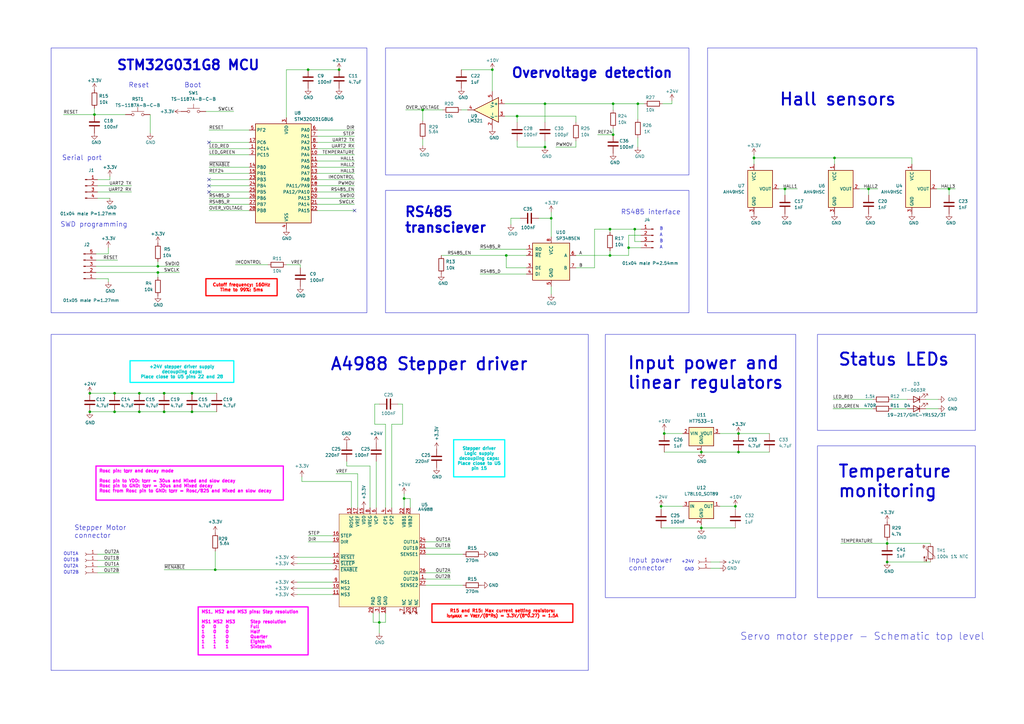
<source format=kicad_sch>
(kicad_sch (version 20230121) (generator eeschema)
  (paper "A3")
  (title_block (title "Servo motor stepper - Schematic top level") (date "2023-06-26") (rev "V2I1"))
  (junction (at 165.735 204.47))
  (junction (at 57.15 161.29))
  (junction (at 38.735 46.99))
  (junction (at 46.99 161.29))
  (junction (at 389.255 77.47))
  (junction (at 287.655 216.535))
  (junction (at 302.895 177.8))
  (junction (at 88.265 233.68))
  (junction (at 207.645 104.775))
  (junction (at 64.77 111.76))
  (junction (at 173.355 45.085))
  (junction (at 126.365 28.575))
  (junction (at 64.77 109.22))
  (junction (at 67.31 161.29))
  (junction (at 251.46 42.545))
  (junction (at 46.99 168.91))
  (junction (at 223.52 60.325))
  (junction (at 67.31 168.91))
  (junction (at 250.19 93.98))
  (junction (at 201.93 28.575))
  (junction (at 363.855 230.505))
  (junction (at 139.065 28.575))
  (junction (at 78.74 161.29))
  (junction (at 271.145 207.645))
  (junction (at 36.83 168.91))
  (junction (at 260.35 93.98))
  (junction (at 223.52 42.545))
  (junction (at 309.245 64.77))
  (junction (at 257.81 101.6))
  (junction (at 212.09 47.625))
  (junction (at 302.895 185.42))
  (junction (at 321.945 77.47))
  (junction (at 57.15 168.91))
  (junction (at 261.62 42.545))
  (junction (at 363.855 222.885))
  (junction (at 250.19 104.775))
  (junction (at 342.265 64.77))
  (junction (at 301.625 207.645))
  (junction (at 251.46 55.245))
  (junction (at 226.06 89.535))
  (junction (at 287.655 185.42))
  (junction (at 155.575 255.27))
  (junction (at 36.83 161.29))
  (junction (at 78.74 168.91))
  (junction (at 272.415 177.8))
  (junction (at 356.235 77.47))
  (no_connect (at 145.415 86.36))
  (no_connect (at 85.725 58.42))
  (no_connect (at 85.725 73.66))
  (no_connect (at 85.725 78.74))
  (no_connect (at 85.725 76.2))
  (wire (pts (xy 165.1 165.735) (xy 163.195 165.735)))
  (wire (pts (xy 250.19 102.87) (xy 250.19 104.775)))
  (wire (pts (xy 319.405 77.47) (xy 321.945 77.47)))
  (wire (pts (xy 275.59 42.545) (xy 271.78 42.545)))
  (wire (pts (xy 180.975 104.775) (xy 207.645 104.775)))
  (wire (pts (xy 212.09 47.625) (xy 236.22 47.625)))
  (wire (pts (xy 166.37 45.085) (xy 173.355 45.085)))
  (wire (pts (xy 379.73 163.83) (xy 384.81 163.83)))
  (wire (pts (xy 39.37 109.22) (xy 64.77 109.22)))
  (wire (pts (xy 227.965 60.325) (xy 236.22 60.325)))
  (wire (pts (xy 295.275 230.505) (xy 291.465 230.505)))
  (wire (pts (xy 145.415 71.12) (xy 130.175 71.12)))
  (wire (pts (xy 145.415 78.74) (xy 130.175 78.74)))
  (wire (pts (xy 356.235 77.47) (xy 360.045 77.47)))
  (wire (pts (xy 145.415 63.5) (xy 130.175 63.5)))
  (wire (pts (xy 85.725 81.28) (xy 102.235 81.28)))
  (wire (pts (xy 209.55 89.535) (xy 209.55 92.075)))
  (wire (pts (xy 165.735 204.47) (xy 165.735 208.28)))
  (wire (pts (xy 184.785 224.79) (xy 174.625 224.79)))
  (wire (pts (xy 57.15 161.29) (xy 67.31 161.29)))
  (wire (pts (xy 38.735 46.99) (xy 51.435 46.99)))
  (wire (pts (xy 137.795 194.31) (xy 146.685 194.31)))
  (wire (pts (xy 223.52 60.325) (xy 223.52 57.785)))
  (wire (pts (xy 145.415 53.34) (xy 130.175 53.34)))
  (wire (pts (xy 173.355 45.085) (xy 173.355 49.53)))
  (wire (pts (xy 144.145 197.485) (xy 123.825 197.485)))
  (wire (pts (xy 153.67 173.99) (xy 158.115 173.99)))
  (wire (pts (xy 145.415 76.2) (xy 130.175 76.2)))
  (wire (pts (xy 295.275 233.045) (xy 291.465 233.045)))
  (wire (pts (xy 236.22 104.775) (xy 250.19 104.775)))
  (wire (pts (xy 40.005 78.74) (xy 53.975 78.74)))
  (wire (pts (xy 78.74 168.91) (xy 88.9 168.91)))
  (wire (pts (xy 173.355 45.085) (xy 181.61 45.085)))
  (wire (pts (xy 144.145 208.28) (xy 144.145 197.485)))
  (wire (pts (xy 130.175 58.42) (xy 145.415 58.42)))
  (wire (pts (xy 39.37 104.14) (xy 44.45 104.14)))
  (wire (pts (xy 271.145 207.645) (xy 271.145 208.915)))
  (wire (pts (xy 130.175 60.96) (xy 145.415 60.96)))
  (wire (pts (xy 145.415 68.58) (xy 130.175 68.58)))
  (wire (pts (xy 85.725 76.2) (xy 102.235 76.2)))
  (wire (pts (xy 374.015 67.31) (xy 374.015 64.77)))
  (wire (pts (xy 174.625 240.03) (xy 189.865 240.03)))
  (wire (pts (xy 236.22 109.855) (xy 243.84 109.855)))
  (wire (pts (xy 389.255 77.47) (xy 389.255 80.01)))
  (wire (pts (xy 145.415 55.88) (xy 130.175 55.88)))
  (wire (pts (xy 145.415 73.66) (xy 130.175 73.66)))
  (wire (pts (xy 352.425 77.47) (xy 356.235 77.47)))
  (wire (pts (xy 57.15 168.91) (xy 67.31 168.91)))
  (wire (pts (xy 212.09 47.625) (xy 212.09 50.165)))
  (wire (pts (xy 85.725 58.42) (xy 102.235 58.42)))
  (wire (pts (xy 158.115 173.99) (xy 158.115 208.28)))
  (wire (pts (xy 184.785 237.49) (xy 174.625 237.49)))
  (wire (pts (xy 126.365 219.71) (xy 136.525 219.71)))
  (wire (pts (xy 261.62 56.515) (xy 261.62 60.325)))
  (wire (pts (xy 207.645 104.775) (xy 215.9 104.775)))
  (wire (pts (xy 365.76 163.83) (xy 372.11 163.83)))
  (wire (pts (xy 287.655 216.535) (xy 301.625 216.535)))
  (wire (pts (xy 363.855 222.885) (xy 381.635 222.885)))
  (wire (pts (xy 261.62 42.545) (xy 261.62 48.895)))
  (wire (pts (xy 379.73 167.64) (xy 384.81 167.64)))
  (wire (pts (xy 165.735 202.565) (xy 165.735 204.47)))
  (wire (pts (xy 155.575 165.735) (xy 153.67 165.735)))
  (wire (pts (xy 250.19 93.98) (xy 250.19 95.25)))
  (wire (pts (xy 196.85 102.235) (xy 215.9 102.235)))
  (wire (pts (xy 257.81 96.52) (xy 262.89 96.52)))
  (wire (pts (xy 121.92 241.3) (xy 136.525 241.3)))
  (wire (pts (xy 212.09 57.785) (xy 212.09 60.325)))
  (wire (pts (xy 123.19 108.585) (xy 123.19 109.855)))
  (wire (pts (xy 226.06 89.535) (xy 226.06 97.155)))
  (wire (pts (xy 121.92 243.84) (xy 136.525 243.84)))
  (wire (pts (xy 168.275 204.47) (xy 165.735 204.47)))
  (wire (pts (xy 126.365 222.25) (xy 136.525 222.25)))
  (wire (pts (xy 160.655 173.99) (xy 165.1 173.99)))
  (wire (pts (xy 302.895 185.42) (xy 315.595 185.42)))
  (wire (pts (xy 154.305 189.23) (xy 154.305 208.28)))
  (wire (pts (xy 48.895 229.87) (xy 40.005 229.87)))
  (wire (pts (xy 40.005 73.66) (xy 45.085 73.66)))
  (wire (pts (xy 184.785 222.25) (xy 174.625 222.25)))
  (wire (pts (xy 121.92 231.14) (xy 136.525 231.14)))
  (wire (pts (xy 117.475 108.585) (xy 123.19 108.585)))
  (wire (pts (xy 145.415 81.28) (xy 130.175 81.28)))
  (wire (pts (xy 363.855 230.505) (xy 381.635 230.505)))
  (wire (pts (xy 40.005 81.28) (xy 45.085 81.28)))
  (wire (pts (xy 36.83 161.29) (xy 46.99 161.29)))
  (wire (pts (xy 272.415 176.53) (xy 272.415 177.8)))
  (wire (pts (xy 207.645 109.855) (xy 215.9 109.855)))
  (wire (pts (xy 85.725 73.66) (xy 102.235 73.66)))
  (wire (pts (xy 226.06 86.995) (xy 226.06 89.535)))
  (wire (pts (xy 145.415 66.04) (xy 130.175 66.04)))
  (wire (pts (xy 64.77 107.315) (xy 64.77 109.22)))
  (wire (pts (xy 207.01 42.545) (xy 223.52 42.545)))
  (wire (pts (xy 38.735 44.45) (xy 38.735 46.99)))
  (wire (pts (xy 142.24 191.135) (xy 142.24 189.23)))
  (wire (pts (xy 280.035 207.645) (xy 271.145 207.645)))
  (wire (pts (xy 257.81 104.775) (xy 257.81 101.6)))
  (wire (pts (xy 389.255 77.47) (xy 391.795 77.47)))
  (wire (pts (xy 272.415 177.8) (xy 280.035 177.8)))
  (wire (pts (xy 363.855 221.615) (xy 363.855 222.885)))
  (wire (pts (xy 223.52 50.165) (xy 223.52 42.545)))
  (wire (pts (xy 173.355 57.15) (xy 173.355 59.69)))
  (wire (pts (xy 44.45 114.3) (xy 44.45 115.57)))
  (wire (pts (xy 64.77 111.76) (xy 73.66 111.76)))
  (wire (pts (xy 243.84 93.98) (xy 250.19 93.98)))
  (wire (pts (xy 85.725 78.74) (xy 102.235 78.74)))
  (wire (pts (xy 261.62 42.545) (xy 264.16 42.545)))
  (wire (pts (xy 220.98 89.535) (xy 226.06 89.535)))
  (wire (pts (xy 168.275 208.28) (xy 168.275 204.47)))
  (wire (pts (xy 158.115 251.46) (xy 158.115 255.27)))
  (wire (pts (xy 262.89 99.06) (xy 260.35 99.06)))
  (wire (pts (xy 39.37 106.68) (xy 48.26 106.68)))
  (wire (pts (xy 207.01 47.625) (xy 212.09 47.625)))
  (wire (pts (xy 257.81 104.775) (xy 250.19 104.775)))
  (wire (pts (xy 301.625 207.645) (xy 301.625 208.915)))
  (wire (pts (xy 226.06 120.65) (xy 226.06 117.475)))
  (wire (pts (xy 85.725 63.5) (xy 102.235 63.5)))
  (wire (pts (xy 302.895 177.8) (xy 315.595 177.8)))
  (wire (pts (xy 155.575 251.46) (xy 155.575 255.27)))
  (wire (pts (xy 321.945 77.47) (xy 321.945 80.01)))
  (wire (pts (xy 174.625 227.33) (xy 189.865 227.33)))
  (wire (pts (xy 121.92 228.6) (xy 136.525 228.6)))
  (wire (pts (xy 61.595 46.99) (xy 61.595 54.61)))
  (wire (pts (xy 85.725 68.58) (xy 102.235 68.58)))
  (wire (pts (xy 39.37 111.76) (xy 64.77 111.76)))
  (wire (pts (xy 153.035 255.27) (xy 155.575 255.27)))
  (wire (pts (xy 96.52 108.585) (xy 109.855 108.585)))
  (wire (pts (xy 85.725 86.36) (xy 102.235 86.36)))
  (wire (pts (xy 250.19 93.98) (xy 260.35 93.98)))
  (wire (pts (xy 287.655 185.42) (xy 302.895 185.42)))
  (wire (pts (xy 213.36 89.535) (xy 209.55 89.535)))
  (wire (pts (xy 26.035 46.99) (xy 38.735 46.99)))
  (wire (pts (xy 344.805 222.885) (xy 363.855 222.885)))
  (wire (pts (xy 155.575 255.27) (xy 155.575 259.715)))
  (wire (pts (xy 123.825 195.58) (xy 123.825 197.485)))
  (wire (pts (xy 236.22 47.625) (xy 236.22 50.165)))
  (wire (pts (xy 243.84 109.855) (xy 243.84 93.98)))
  (wire (pts (xy 88.265 233.68) (xy 88.265 226.06)))
  (wire (pts (xy 212.09 60.325) (xy 223.52 60.325)))
  (wire (pts (xy 78.74 161.29) (xy 88.9 161.29)))
  (wire (pts (xy 85.725 71.12) (xy 102.235 71.12)))
  (wire (pts (xy 64.77 113.665) (xy 64.77 111.76)))
  (wire (pts (xy 295.275 207.645) (xy 301.625 207.645)))
  (wire (pts (xy 48.895 234.95) (xy 40.005 234.95)))
  (wire (pts (xy 342.265 67.31) (xy 342.265 64.77)))
  (wire (pts (xy 374.015 64.77) (xy 342.265 64.77)))
  (wire (pts (xy 44.45 104.14) (xy 44.45 101.6)))
  (wire (pts (xy 117.475 48.26) (xy 117.475 28.575)))
  (wire (pts (xy 207.645 104.775) (xy 207.645 109.855)))
  (wire (pts (xy 321.945 77.47) (xy 327.025 77.47)))
  (wire (pts (xy 40.005 76.2) (xy 53.975 76.2)))
  (wire (pts (xy 165.1 173.99) (xy 165.1 165.735)))
  (wire (pts (xy 64.77 109.22) (xy 73.66 109.22)))
  (wire (pts (xy 151.765 191.135) (xy 151.765 208.28)))
  (wire (pts (xy 189.23 45.085) (xy 191.77 45.085)))
  (wire (pts (xy 189.23 28.575) (xy 201.93 28.575)))
  (wire (pts (xy 85.725 60.96) (xy 102.235 60.96)))
  (wire (pts (xy 158.115 255.27) (xy 155.575 255.27)))
  (wire (pts (xy 126.365 28.575) (xy 139.065 28.575)))
  (wire (pts (xy 67.31 168.91) (xy 78.74 168.91)))
  (wire (pts (xy 84.455 45.72) (xy 95.885 45.72)))
  (wire (pts (xy 223.52 42.545) (xy 251.46 42.545)))
  (wire (pts (xy 160.655 208.28) (xy 160.655 173.99)))
  (wire (pts (xy 153.67 165.735) (xy 153.67 173.99)))
  (wire (pts (xy 136.525 233.68) (xy 88.265 233.68)))
  (wire (pts (xy 46.99 168.91) (xy 57.15 168.91)))
  (wire (pts (xy 309.245 63.5) (xy 309.245 64.77)))
  (wire (pts (xy 236.22 57.785) (xy 236.22 60.325)))
  (wire (pts (xy 275.59 41.275) (xy 275.59 42.545)))
  (wire (pts (xy 260.35 99.06) (xy 260.35 93.98)))
  (wire (pts (xy 36.83 168.91) (xy 46.99 168.91)))
  (wire (pts (xy 39.37 114.3) (xy 44.45 114.3)))
  (wire (pts (xy 287.655 215.265) (xy 287.655 216.535)))
  (wire (pts (xy 341.63 167.64) (xy 358.14 167.64)))
  (wire (pts (xy 45.085 73.66) (xy 45.085 72.39)))
  (wire (pts (xy 251.46 42.545) (xy 261.62 42.545)))
  (wire (pts (xy 262.89 101.6) (xy 257.81 101.6)))
  (wire (pts (xy 295.275 177.8) (xy 302.895 177.8)))
  (wire (pts (xy 48.895 232.41) (xy 40.005 232.41)))
  (wire (pts (xy 146.685 208.28) (xy 146.685 194.31)))
  (wire (pts (xy 260.35 93.98) (xy 262.89 93.98)))
  (wire (pts (xy 251.46 42.545) (xy 251.46 45.085)))
  (wire (pts (xy 48.895 227.33) (xy 40.005 227.33)))
  (wire (pts (xy 201.93 28.575) (xy 201.93 37.465)))
  (wire (pts (xy 271.145 216.535) (xy 287.655 216.535)))
  (wire (pts (xy 184.785 234.95) (xy 174.625 234.95)))
  (wire (pts (xy 365.76 167.64) (xy 372.11 167.64)))
  (wire (pts (xy 251.46 52.705) (xy 251.46 55.245)))
  (wire (pts (xy 342.265 64.77) (xy 309.245 64.77)))
  (wire (pts (xy 257.81 101.6) (xy 257.81 96.52)))
  (wire (pts (xy 309.245 64.77) (xy 309.245 67.31)))
  (wire (pts (xy 384.175 77.47) (xy 389.255 77.47)))
  (wire (pts (xy 145.415 86.36) (xy 130.175 86.36)))
  (wire (pts (xy 85.725 83.82) (xy 102.235 83.82)))
  (wire (pts (xy 356.235 77.47) (xy 356.235 80.01)))
  (wire (pts (xy 272.415 185.42) (xy 287.655 185.42)))
  (wire (pts (xy 245.11 55.245) (xy 251.46 55.245)))
  (wire (pts (xy 67.31 233.68) (xy 88.265 233.68)))
  (wire (pts (xy 142.24 191.135) (xy 151.765 191.135)))
  (wire (pts (xy 85.725 53.34) (xy 102.235 53.34)))
  (wire (pts (xy 117.475 28.575) (xy 126.365 28.575)))
  (wire (pts (xy 136.525 238.76) (xy 121.92 238.76)))
  (wire (pts (xy 46.99 161.29) (xy 57.15 161.29)))
  (wire (pts (xy 153.035 251.46) (xy 153.035 255.27)))
  (wire (pts (xy 341.63 163.83) (xy 358.14 163.83)))
  (wire (pts (xy 196.85 112.395) (xy 215.9 112.395)))
  (wire (pts (xy 67.31 161.29) (xy 78.74 161.29)))
  (wire (pts (xy 145.415 83.82) (xy 130.175 83.82)))
  (rectangle (start 248.285 137.16) (end 326.39 245.11))
  (rectangle (start 335.28 137.16) (end 400.05 176.53))
  (rectangle (start 20.955 137.16) (end 241.3 274.955))
  (rectangle (start 158.115 19.685) (end 282.575 71.755))
  (rectangle (start 290.195 19.685) (end 400.685 128.27))
  (rectangle (start 20.955 19.685) (end 150.495 128.27))
  (rectangle (start 158.115 78.105) (end 282.575 128.27))
  (rectangle (start 335.28 182.88) (end 400.05 245.11))
  (text_box "Cutoff frequency: 160Hz\nTime to 99%: 5ms \n" (at 84.455 114.3 0) (size 29.21 6.985) (stroke (width 0.5) (color 255 0 0 1)) (effects (font (size 1.27 1.27) (thickness 0.4) bold)))
  (text_box "Stepper driver Logic supply \ndecoupling caps:\nPlace close to ${5a98f4ac-079c-4c0e-8aed-795619cc42de:REFERENCE} pin 15" (at 186.055 180.34 0) (size 20.955 15.24) (stroke (width 0.5) (color 0 255 255 1)) (effects (font (size 1.27 1.27) (thickness 0.4) bold)))
  (text_box "+24V stepper driver supply \ndecoupling caps:\nPlace close to ${5a98f4ac-079c-4c0e-8aed-795619cc42de:REFERENCE} pins 22 and 28" (at 53.34 147.955 0) (size 42.545 8.89) (stroke (width 0.5) (color 0 255 255 1)) (effects (font (size 1.27 1.27) (thickness 0.4) bold)))
  (text_box "MS1, MS2 and MS3 pins: Step resolution\n\nMS1	MS2	MS3		Step resolution\n0	0	0		Full\n1	0	0		Half\n0	1	0		Quarter\n1	1	0		Eighth\n1	1	1		Sixteenth\n" (at 81.28 248.92 0) (size 45.085 19.685) (stroke (width 0.5) (color 255 0 255 1)) (effects (font (size 1.27 1.27) (thickness 0.4) bold) (justify left top)))
  (text_box "${94df9340-9001-4abf-849e-0a57a0ae12d6:REFERENCE} and ${c2765680-53cb-47ff-a513-50fbdfe64cd0:REFERENCE}: Max current setting resistors:\nI_{tripMAX} = V_{REF}/(8*R_{S}) = 3.3V/(8*0.27) = 1.5A \n" (at 177.165 247.65 0) (size 57.785 7.62) (stroke (width 0.5) (color 255 0 0 1)) (effects (font (size 1.27 1.27) (thickness 0.4) bold)))
  (text_box "Rosc pin: t_{OFF} and decay mode\n\nRosc pin to VDD: t_{OFF} = 30us and Mixed and slow decay\nRosc pin to GND: t_{OFF} = 30us and Mixed decay\nRosc from Rosc pin to GND: t_{OFF} = Rosc/825 and Mixed an slow decay\n" (at 39.37 191.135 0) (size 76.835 13.97) (stroke (width 0.5) (color 255 0 255 1)) (effects (font (size 1.27 1.27) (thickness 0.4) bold) (justify left top)))
  (text "Reset" (at 52.705 36.195 0) (effects (font (size 2 2)) (justify left bottom)))
  (text "Boot" (at 75.565 36.195 0) (effects (font (size 2 2)) (justify left bottom)))
  (text "B" (at 270.51 94.615 0) (effects (font (size 1.27 1.27)) (justify left bottom)))
  (text "+24V" (at 279.4 231.14 0) (effects (font (size 1.27 1.27)) (justify left bottom)))
  (text "SWD programming" (at 24.765 93.345 0) (effects (font (size 2 2)) (justify left bottom)))
  (text "Serial port" (at 25.4 66.04 0) (effects (font (size 2 2)) (justify left bottom)))
  (text "GND" (at 280.67 234.315 0) (effects (font (size 1.27 1.27)) (justify left bottom)))
  (text "RS485\ntransciever" (at 165.735 95.885 0) (effects (font (size 4 4) (thickness 0.8) bold) (justify left bottom)))
  (text "Input power\nconnector" (at 257.81 234.315 0) (effects (font (size 2 2)) (justify left bottom)))
  (text "B" (at 270.51 99.695 0) (effects (font (size 1.27 1.27)) (justify left bottom)))
  (text "OUT2B" (at 26.035 235.585 0) (effects (font (size 1.27 1.27)) (justify left bottom)))
  (text "Status LEDs" (at 343.535 150.495 0) (effects (font (size 5 5) (thickness 0.8) bold) (justify left bottom)))
  (text "Overvoltage detection" (at 209.55 32.385 0) (effects (font (size 4 4) (thickness 0.8) bold) (justify left bottom)))
  (text "Input power and\nlinear regulators" (at 257.175 160.02 0) (effects (font (size 5 5) (thickness 0.8) bold) (justify left bottom)))
  (text "A" (at 270.51 102.235 0) (effects (font (size 1.27 1.27)) (justify left bottom)))
  (text "A" (at 270.51 97.155 0) (effects (font (size 1.27 1.27)) (justify left bottom)))
  (text "RS485 interface" (at 254.635 88.265 0) (effects (font (size 2 2)) (justify left bottom)))
  (text "Temperature\nmonitoring" (at 343.535 204.47 0) (effects (font (size 5 5) (thickness 0.8) bold) (justify left bottom)))
  (text "OUT1A" (at 26.035 227.965 0) (effects (font (size 1.27 1.27)) (justify left bottom)))
  (text "Servo motor stepper - Schematic top level" (at 303.53 262.89 0) (effects (font (size 3 3)) (justify left bottom)))
  (text "STM32G031G8 MCU" (at 47.625 29.21 0) (effects (font (size 4 4) (thickness 0.8) bold) (justify left bottom)))
  (text "OUT2A" (at 26.035 233.045 0) (effects (font (size 1.27 1.27)) (justify left bottom)))
  (text "OUT1B" (at 26.035 230.505 0) (effects (font (size 1.27 1.27)) (justify left bottom)))
  (text "A4988 Stepper driver" (at 135.255 152.4 0) (effects (font (size 5 5) (thickness 0.8) bold) (justify left bottom)))
  (text "Hall sensors" (at 319.405 43.815 0) (effects (font (size 5 5) (thickness 0.8) bold) (justify left bottom)))
  (text "Stepper Motor\nconnector" (at 30.48 220.98 0) (effects (font (size 2 2)) (justify left bottom)))
  (label "DIR" (at 126.365 222.25 0))
  (label "RESET" (at 48.26 106.68 180))
  (label "OUT1A" (at 184.785 222.25 180))
  (label "RS485_EN" (at 145.415 78.74 180))
  (label "~{MENABLE}" (at 85.725 68.58 0))
  (label "SWCLK" (at 73.66 111.76 180))
  (label "OVER_VOLTAGE" (at 85.725 86.36 0))
  (label "HALL2" (at 360.045 77.47 180))
  (label "OUT2A" (at 184.785 234.95 180))
  (label "REF24" (at 245.11 55.245 0))
  (label "RS485_R" (at 196.85 102.235 0))
  (label "RS485_EN" (at 183.515 104.775 0))
  (label "DIR" (at 145.415 53.34 180))
  (label "OUT2B" (at 184.785 237.49 180))
  (label "OUT2B" (at 48.895 234.95 180))
  (label "LED_GREEN" (at 85.725 63.5 0))
  (label "~{MENABLE}" (at 67.31 233.68 0))
  (label "SWCLK" (at 145.415 83.82 180))
  (label "STEP" (at 126.365 219.71 0))
  (label "OUT1A" (at 48.895 232.41 180))
  (label "PWMOV" (at 227.965 60.325 0))
  (label "UART2 RX" (at 53.975 78.74 180))
  (label "OUT1B" (at 48.895 229.87 180))
  (label "B" (at 237.49 109.855 0))
  (label "RESET" (at 26.035 46.99 0))
  (label "PWMOV" (at 145.415 76.2 180))
  (label "HALL2" (at 145.415 68.58 180))
  (label "LED_RED" (at 85.725 60.96 0))
  (label "RESET" (at 85.725 53.34 0))
  (label "OVER_VOLTAGE" (at 166.37 45.085 0))
  (label "VREF" (at 119.38 108.585 0))
  (label "RS485_D" (at 196.85 112.395 0))
  (label "HALL3" (at 145.415 71.12 180))
  (label "LED_RED" (at 341.63 163.83 0))
  (label "LED_GREEN" (at 341.63 167.64 0))
  (label "SWCLK" (at 95.885 45.72 180))
  (label "REF24" (at 85.725 71.12 0))
  (label "IMCONTROL" (at 145.415 73.66 180))
  (label "RS485_R" (at 85.725 83.82 0))
  (label "UART2 TX" (at 145.415 58.42 180))
  (label "SWDIO" (at 73.66 109.22 180))
  (label "UART2 TX" (at 53.975 76.2 180))
  (label "HALL1" (at 145.415 66.04 180))
  (label "TEMPERATURE" (at 344.805 222.885 0))
  (label "VREF" (at 137.795 194.31 0))
  (label "A" (at 237.49 104.775 0))
  (label "HALL3" (at 391.795 77.47 180))
  (label "UART2 RX" (at 145.415 60.96 180))
  (label "TEMPERATURE" (at 145.415 63.5 180))
  (label "OUT2A" (at 48.895 227.33 180))
  (label "IMCONTROL" (at 96.52 108.585 0))
  (label "SWDIO" (at 145.415 81.28 180))
  (label "HALL1" (at 327.025 77.47 180))
  (label "STEP" (at 145.415 55.88 180))
  (label "OUT1B" (at 184.785 224.79 180))
  (label "RS485_D" (at 85.725 81.28 0))
  (symbol (lib_id "Switch:SW_Push") (at 79.375 45.72 0) (unit 1)
    (property "Reference" "SW1" (at 79.375 38.1 0))
    (property "Value" "TS-1187A-B-C-B" (at 79.375 40.64 0))
    (property "Footprint" "servo_motor:TS-1187A-B-C-B" (effects hide))
    (property "LCSC" "C692460" (effects hide))
  )
  (symbol (lib_id "Connector:Conn_01x04_Pin") (at 267.97 96.52 0) (mirror y) (unit 1) (in_bom no)
    (property "Reference" "J4" (at 265.43 90.17 0))
    (property "Value" "01x04 male P=2.54mm" (at 266.7 107.95 0))
    (property "Footprint" "Connector_PinHeader_2.54mm:PinHeader_1x04_P2.54mm_Vertical" (effects hide))
  )
  (symbol (lib_id "power:GND") (at 363.855 230.505 0) (unit 1)
    (property "Reference" "#PWR071" (effects hide))
    (property "Value" "GND" (at 362.585 234.315 0) (effects (justify left)))
  )
  (symbol (lib_id "power:+3.3V") (at 309.245 63.5 0) (unit 1)
    (property "Reference" "#PWR028" (effects hide))
    (property "Value" "+3.3V" (at 309.245 59.69 0))
  )
  (symbol (lib_id "power:+3.3V") (at 226.06 86.995 0) (unit 1)
    (property "Reference" "#PWR033" (effects hide))
    (property "Value" "+3.3V" (at 226.06 83.185 0))
  )
  (symbol (lib_id "power:GND") (at 356.235 87.63 0) (unit 1)
    (property "Reference" "#PWR0105" (effects hide))
    (property "Value" "GND" (at 354.965 91.44 0) (effects (justify left)))
  )
  (symbol (lib_id "Device:C") (at 38.735 50.8 0) (unit 1)
    (property "Reference" "C18" (at 42.545 49.5299 0) (effects (justify left)))
    (property "Value" "100nF" (at 42.545 52.0699 0) (effects (justify left)))
    (property "Footprint" "Capacitor_SMD:C_0603_1608Metric" (effects hide))
    (property "LCSC" "C376851" (effects hide))
  )
  (symbol (lib_id "power:+3.3V") (at 139.065 28.575 0) (unit 1)
    (property "Reference" "#PWR025" (effects hide))
    (property "Value" "+3.3V" (at 139.065 24.765 0))
  )
  (symbol (lib_id "power:+3.3V") (at 302.895 177.8 0) (unit 1)
    (property "Reference" "#PWR060" (effects hide))
    (property "Value" "+3.3V" (at 302.895 173.99 0))
  )
  (symbol (lib_id "Sensor_Magnetic:A1101ELHL") (at 311.785 77.47 0) (unit 1)
    (property "Reference" "U7" (at 305.435 76.1999 0) (effects (justify right)))
    (property "Value" "AH49HSC" (at 305.435 78.7399 0) (effects (justify right)))
    (property "Footprint" "Package_TO_SOT_SMD:SOT-23" (effects hide))
    (property "Sim.Enable" "0" (effects hide))
    (property "LCSC" "C510723" (effects hide))
  )
  (symbol (lib_id "power:GND") (at 321.945 87.63 0) (unit 1)
    (property "Reference" "#PWR0110" (effects hide))
    (property "Value" "GND" (at 320.675 91.44 0) (effects (justify left)))
  )
  (symbol (lib_id "power:GND") (at 309.245 87.63 0) (unit 1)
    (property "Reference" "#PWR0108" (effects hide))
    (property "Value" "GND" (at 307.975 91.44 0) (effects (justify left)))
  )
  (symbol (lib_id "power:GND") (at 384.81 163.83 90) (unit 1)
    (property "Reference" "#PWR030" (effects hide))
    (property "Value" "GND" (at 388.62 163.8299 90) (effects (justify right)))
  )
  (symbol (lib_id "Device:R") (at 113.665 108.585 90) (unit 1)
    (property "Reference" "R11" (at 113.665 106.045 90))
    (property "Value" "10k" (at 113.665 111.125 90))
    (property "Footprint" "Resistor_SMD:R_0402_1005Metric" (effects hide))
    (property "LCSC" "C326912" (effects hide))
  )
  (symbol (lib_id "Sensor_Magnetic:A1101ELHL") (at 376.555 77.47 0) (unit 1)
    (property "Reference" "U4" (at 370.205 76.1999 0) (effects (justify right)))
    (property "Value" "AH49HSC" (at 370.205 78.7399 0) (effects (justify right)))
    (property "Footprint" "Package_TO_SOT_SMD:SOT-23" (effects hide))
    (property "Sim.Enable" "0" (effects hide))
    (property "LCSC" "C510723" (effects hide))
  )
  (symbol (lib_id "power:GND") (at 123.19 117.475 0) (unit 1)
    (property "Reference" "#PWR026" (effects hide))
    (property "Value" "GND" (at 121.285 121.285 0) (effects (justify left)))
  )
  (symbol (lib_id "power:+3.3V") (at 38.735 36.83 0) (unit 1)
    (property "Reference" "#PWR035" (effects hide))
    (property "Value" "+3.3V" (at 38.735 33.02 0))
  )
  (symbol (lib_id "power:GND") (at 287.655 216.535 0) (unit 1)
    (property "Reference" "#PWR055" (effects hide))
    (property "Value" "GND" (at 285.75 220.345 0) (effects (justify left)))
  )
  (symbol (lib_id "power:GND") (at 64.77 121.285 0) (unit 1)
    (property "Reference" "#PWR09" (effects hide))
    (property "Value" "GND" (at 62.865 125.095 0) (effects (justify left)))
  )
  (symbol (lib_id "power:GND") (at 223.52 60.325 0) (unit 1)
    (property "Reference" "#PWR058" (effects hide))
    (property "Value" "GND" (at 222.25 64.135 0) (effects (justify left)))
  )
  (symbol (lib_id "power:+3.3V") (at 149.225 208.28 0) (unit 1)
    (property "Reference" "#PWR033" (effects hide))
    (property "Value" "+3.3V" (at 149.225 201.93 90))
  )
  (symbol (lib_id "power:+3.3V") (at 121.92 241.3 90) (unit 1)
    (property "Reference" "#PWR033" (effects hide))
    (property "Value" "+3.3V" (at 115.57 241.3 90))
  )
  (symbol (lib_id "power:GND") (at 189.23 36.195 0) (unit 1)
    (property "Reference" "#PWR044" (effects hide))
    (property "Value" "GND" (at 187.96 40.005 0) (effects (justify left)))
  )
  (symbol (lib_id "power:+24V") (at 271.145 207.645 0) (unit 1)
    (property "Reference" "#PWR047" (effects hide))
    (property "Value" "+24V" (at 271.145 203.835 0))
  )
  (symbol (lib_name "L78L10_SOT89_1") (lib_id "Regulator_Linear:L78L10_SOT89") (at 287.655 207.645 0) (unit 1)
    (property "Reference" "U12" (at 287.655 200.025 0))
    (property "Value" "L78L10_SOT89" (at 287.655 202.565 0))
    (property "Footprint" "Package_TO_SOT_SMD:SOT-89-3" (effects hide))
    (property "Datasheet" "http://www.st.com/content/ccc/resource/technical/document/datasheet/15/55/e5/aa/23/5b/43/fd/CD00000446.pdf/files/CD00000446.pdf/jcr:content/translations/en.CD00000446.pdf" (effects hide))
    (property "LCSC" "C122848" (effects hide))
    (property "Sim.Enable" "0" (effects hide))
  )
  (symbol (lib_id "Device:LED") (at 375.92 167.64 180) (unit 1)
    (property "Reference" "D4" (at 372.11 166.37 0))
    (property "Value" "19-217/GHC-YR1S2/3T" (at 375.92 170.18 0))
    (property "Footprint" "LED_SMD:LED_0603_1608Metric" (effects hide))
    (property "Sim.Enable" "0" (effects hide))
    (property "LCSC" "C72043" (effects hide))
  )
  (symbol (lib_id "power:GND") (at 44.45 115.57 0) (unit 1)
    (property "Reference" "#PWR05" (effects hide))
    (property "Value" "GND" (at 43.18 119.38 0) (effects (justify left)))
  )
  (symbol (lib_id "Device:C") (at 189.23 32.385 0) (unit 1)
    (property "Reference" "C22" (at 193.04 31.1149 0) (effects (justify left)))
    (property "Value" "1uF" (at 193.04 33.6549 0) (effects (justify left)))
    (property "Footprint" "Capacitor_SMD:C_0603_1608Metric" (effects hide))
    (property "LCSC" "C363560" (effects hide))
  )
  (symbol (lib_id "power:GND") (at 173.355 59.69 0) (unit 1)
    (property "Reference" "#PWR051" (effects hide))
    (property "Value" "GND" (at 172.085 63.5 0) (effects (justify left)))
  )
  (symbol (lib_id "power:GND") (at 117.475 93.98 0) (unit 1)
    (property "Reference" "#PWR026" (effects hide))
    (property "Value" "GND" (at 115.57 97.79 0) (effects (justify left)))
  )
  (symbol (lib_id "Device:R") (at 173.355 53.34 180) (unit 1)
    (property "Reference" "R29" (at 177.8 52.07 0))
    (property "Value" "5.6k" (at 177.8 53.975 0))
    (property "Footprint" "Resistor_SMD:R_0402_1005Metric" (effects hide))
    (property "LCSC" "C137856" (effects hide))
  )
  (symbol (lib_id "power:GND") (at 139.065 36.195 0) (unit 1)
    (property "Reference" "#PWR026" (effects hide))
    (property "Value" "GND" (at 137.16 40.005 0) (effects (justify left)))
  )
  (symbol (lib_id "Connector:Conn_01x01_Socket") (at 286.385 230.505 180) (unit 1) (in_bom no)
    (property "Reference" "J9" (effects hide))
    (property "Value" "Conn_01x01_Socket" (effects hide))
    (property "Footprint" "servo_motor:Pad_hole_3mm_TopOnly" (effects hide))
  )
  (symbol (lib_id "servo_motor:A4988") (at 155.575 231.14 0) (unit 1)
    (property "Reference" "U5" (at 172.72 207.01 0) (effects (justify left)))
    (property "Value" "A4988" (at 171.45 208.915 0) (effects (justify left)))
    (property "Footprint" "servo_motor:QFN-28-1EP_5x5mm_P0.5mm_EP3.75x3.75mm_ThermalVias_0.3mm" (effects hide))
    (property "Sim.Enable" "0" (effects hide))
    (property "LCSC" "C38437" (effects hide))
  )
  (symbol (lib_id "Regulator_Linear:HT75xx-1-SOT89") (at 287.655 180.34 0) (unit 1)
    (property "Reference" "U11" (at 287.655 170.18 0))
    (property "Value" "HT7533-1" (at 287.655 172.72 0))
    (property "Footprint" "Package_TO_SOT_SMD:SOT-89-3" (effects hide))
    (property "Sim.Enable" "0" (effects hide))
    (property "LCSC" "C14289" (effects hide))
  )
  (symbol (lib_id "power:+3.3V") (at 121.92 238.76 90) (unit 1)
    (property "Reference" "#PWR033" (effects hide))
    (property "Value" "+3.3V" (at 115.57 238.76 90))
  )
  (symbol (lib_id "Device:C") (at 315.595 181.61 0) (unit 1)
    (property "Reference" "C33" (at 319.405 180.3399 0) (effects (justify left)))
    (property "Value" "4.7uF" (at 319.405 182.8799 0) (effects (justify left)))
    (property "Footprint" "Capacitor_SMD:C_0805_2012Metric" (effects hide))
    (property "LCSC" "C710985" (effects hide))
  )
  (symbol (lib_id "Device:R") (at 361.95 167.64 90) (unit 1)
    (property "Reference" "R11" (at 367.03 166.37 90))
    (property "Value" "470R" (at 356.87 166.37 90))
    (property "Footprint" "Resistor_SMD:R_0402_1005Metric" (effects hide))
    (property "LCSC" "C163829" (effects hide))
  )
  (symbol (lib_id "power:GND") (at 38.735 54.61 0) (unit 1)
    (property "Reference" "#PWR036" (effects hide))
    (property "Value" "GND" (at 37.465 58.42 0) (effects (justify left)))
  )
  (symbol (lib_id "Device:C") (at 179.07 187.96 0) (unit 1)
    (property "Reference" "C25" (at 172.72 186.69 0) (effects (justify left)))
    (property "Value" "220nF" (at 170.18 189.23 0) (effects (justify left)))
    (property "Footprint" "Capacitor_SMD:C_0603_1608Metric" (effects hide))
    (property "LCSC" "C161186" (effects hide))
  )
  (symbol (lib_id "power:GND") (at 61.595 54.61 0) (unit 1)
    (property "Reference" "#PWR039" (effects hide))
    (property "Value" "GND" (at 59.69 58.42 0) (effects (justify left)))
  )
  (symbol (lib_id "power:GND") (at 197.485 240.03 90) (unit 1)
    (property "Reference" "#PWR055" (effects hide))
    (property "Value" "GND" (at 204.47 240.03 90) (effects (justify left)))
  )
  (symbol (lib_id "power:GND") (at 126.365 36.195 0) (unit 1)
    (property "Reference" "#PWR026" (effects hide))
    (property "Value" "GND" (at 124.46 40.005 0) (effects (justify left)))
  )
  (symbol (lib_id "Connector:Conn_01x01_Socket") (at 34.925 234.95 180) (unit 1) (in_bom no)
    (property "Reference" "J8" (effects hide))
    (property "Value" "Conn_01x01_Socket" (effects hide))
    (property "Footprint" "servo_motor:Pad_3mm_TopOnly" (effects hide))
  )
  (symbol (lib_id "Device:C") (at 36.83 165.1 0) (unit 1)
    (property "Reference" "C12" (at 39.37 163.83 0) (effects (justify left)))
    (property "Value" "4.7uF" (at 39.37 166.37 0) (effects (justify left)))
    (property "Footprint" "Capacitor_SMD:C_0805_2012Metric" (effects hide))
    (property "LCSC" "C710985" (effects hide))
  )
  (symbol (lib_id "Device:C") (at 154.305 185.42 0) (unit 1)
    (property "Reference" "C25" (at 147.955 184.15 0) (effects (justify left)))
    (property "Value" "100nF" (at 145.415 186.69 0) (effects (justify left)))
    (property "Footprint" "Capacitor_SMD:C_0603_1608Metric" (effects hide))
    (property "LCSC" "C376851" (effects hide))
  )
  (symbol (lib_id "power:GND") (at 36.83 168.91 0) (unit 1)
    (property "Reference" "#PWR032" (effects hide))
    (property "Value" "GND" (at 34.925 173.355 0) (effects (justify left)))
  )
  (symbol (lib_id "Device:C") (at 251.46 59.055 0) (unit 1)
    (property "Reference" "C36" (at 254 57.785 0) (effects (justify left)))
    (property "Value" "100nF" (at 254 60.325 0) (effects (justify left)))
    (property "Footprint" "Capacitor_SMD:C_0603_1608Metric" (effects hide))
    (property "LCSC" "C376851" (effects hide))
  )
  (symbol (lib_id "Device:R") (at 88.265 222.25 180) (unit 1)
    (property "Reference" "R29" (at 91.44 220.98 0))
    (property "Value" "5.6k" (at 92.075 222.885 0))
    (property "Footprint" "Resistor_SMD:R_0402_1005Metric" (effects hide))
    (property "LCSC" "C137856" (effects hide))
  )
  (symbol (lib_id "power:GND") (at 142.24 181.61 180) (unit 1)
    (property "Reference" "#PWR055" (effects hide))
    (property "Value" "GND" (at 144.145 177.8 0) (effects (justify left)))
  )
  (symbol (lib_id "power:GND") (at 155.575 259.715 0) (unit 1)
    (property "Reference" "#PWR055" (effects hide))
    (property "Value" "GND" (at 153.67 263.525 0) (effects (justify left)))
  )
  (symbol (lib_id "Device:C") (at 217.17 89.535 90) (unit 1)
    (property "Reference" "C35" (at 218.44 85.725 90) (effects (justify left)))
    (property "Value" "100nF" (at 219.71 93.345 90) (effects (justify left)))
    (property "Footprint" "Capacitor_SMD:C_0603_1608Metric" (effects hide))
    (property "LCSC" "C376851" (effects hide))
  )
  (symbol (lib_id "power:+10V") (at 201.93 28.575 0) (unit 1)
    (property "Reference" "#PWR050" (effects hide))
    (property "Value" "+10V" (at 201.93 24.765 0))
  )
  (symbol (lib_id "power:GND") (at 389.255 87.63 0) (unit 1)
    (property "Reference" "#PWR0106" (effects hide))
    (property "Value" "GND" (at 387.985 91.44 0) (effects (justify left)))
  )
  (symbol (lib_id "Device:R") (at 361.95 163.83 90) (unit 1)
    (property "Reference" "R12" (at 367.03 162.56 90))
    (property "Value" "1.5k" (at 356.87 162.56 90))
    (property "Footprint" "Resistor_SMD:R_0402_1005Metric" (effects hide))
    (property "LCSC" "C144053" (effects hide))
  )
  (symbol (lib_id "Connector:Conn_01x04_Pin") (at 34.925 76.2 0) (unit 1) (in_bom no)
    (property "Reference" "J1" (at 37.465 69.85 0))
    (property "Value" "01x04 male P=1.27mm" (at 36.195 87.63 0))
    (property "Footprint" "Connector_PinHeader_1.27mm:PinHeader_1x04_P1.27mm_Vertical" (effects hide))
  )
  (symbol (lib_id "power:GND") (at 295.275 233.045 90) (unit 1)
    (property "Reference" "#PWR055" (effects hide))
    (property "Value" "GND" (at 302.26 233.045 90) (effects (justify left)))
  )
  (symbol (lib_id "Device:R") (at 267.97 42.545 270) (unit 1)
    (property "Reference" "R27" (at 266.7 40.005 90))
    (property "Value" "10k" (at 266.7 45.085 90))
    (property "Footprint" "Resistor_SMD:R_0402_1005Metric" (effects hide))
    (property "LCSC" "C326912" (effects hide))
  )
  (symbol (lib_id "power:+3.3V") (at 45.085 72.39 0) (unit 1)
    (property "Reference" "#PWR02" (effects hide))
    (property "Value" "+3.3V" (at 45.085 68.58 0))
  )
  (symbol (lib_id "power:+3.3V") (at 64.77 99.695 0) (unit 1)
    (property "Reference" "#PWR010" (effects hide))
    (property "Value" "+3.3V" (at 64.77 95.885 0))
  )
  (symbol (lib_id "power:+24V") (at 154.305 181.61 0) (unit 1)
    (property "Reference" "#PWR023" (effects hide))
    (property "Value" "+24V" (at 154.305 177.8 0))
  )
  (symbol (lib_id "Device:R") (at 64.77 117.475 180) (unit 1)
    (property "Reference" "R4" (at 60.96 116.205 0))
    (property "Value" "10k" (at 60.96 118.745 0))
    (property "Footprint" "Resistor_SMD:R_0402_1005Metric" (effects hide))
    (property "LCSC" "C326912" (effects hide))
  )
  (symbol (lib_id "Device:C") (at 302.895 181.61 0) (unit 1)
    (property "Reference" "C33" (at 306.705 180.3399 0) (effects (justify left)))
    (property "Value" "4.7uF" (at 306.705 182.8799 0) (effects (justify left)))
    (property "Footprint" "Capacitor_SMD:C_0805_2012Metric" (effects hide))
    (property "LCSC" "C710985" (effects hide))
  )
  (symbol (lib_id "Connector:Conn_01x01_Socket") (at 34.925 227.33 180) (unit 1) (in_bom no)
    (property "Reference" "J3" (effects hide))
    (property "Value" "Conn_01x01_Socket" (effects hide))
    (property "Footprint" "servo_motor:Pad_3mm_TopOnly" (effects hide))
  )
  (symbol (lib_id "power:GND") (at 384.81 167.64 90) (unit 1)
    (property "Reference" "#PWR031" (effects hide))
    (property "Value" "GND" (at 388.62 167.6399 90) (effects (justify right)))
  )
  (symbol (lib_id "Interface_UART:SP3485EN") (at 226.06 107.315 0) (unit 1)
    (property "Reference" "U10" (at 228.0159 95.25 0) (effects (justify left)))
    (property "Value" "SP3485EN" (at 228.0159 97.79 0) (effects (justify left)))
    (property "Footprint" "Package_SO:SOIC-8_3.9x4.9mm_P1.27mm" (effects hide))
    (property "Datasheet" "http://www.icbase.com/pdf/SPX/SPX00480106.pdf" (effects hide))
    (property "LCSC" "C8963" (effects hide))
  )
  (symbol (lib_id "Device:R") (at 185.42 45.085 270) (unit 1)
    (property "Reference" "R20" (at 184.15 42.545 90))
    (property "Value" "10k" (at 184.15 47.625 90))
    (property "Footprint" "Resistor_SMD:R_0402_1005Metric" (effects hide))
    (property "LCSC" "C326912" (effects hide))
  )
  (symbol (lib_id "power:+3.3V") (at 123.825 195.58 0) (unit 1)
    (property "Reference" "#PWR033" (effects hide))
    (property "Value" "+3.3V" (at 123.825 191.135 0))
  )
  (symbol (lib_id "Device:Thermistor_NTC") (at 381.635 226.695 0) (unit 1)
    (property "Reference" "TH1" (at 384.175 225.7424 0) (effects (justify left)))
    (property "Value" "100k 1% NTC" (at 384.175 228.2824 0) (effects (justify left)))
    (property "Footprint" "Resistor_SMD:R_0402_1005Metric" (effects hide))
    (property "Sim.Enable" "0" (effects hide))
    (property "LCSC" "C236279" (effects hide))
  )
  (symbol (lib_id "power:GND") (at 342.265 87.63 0) (unit 1)
    (property "Reference" "#PWR0107" (effects hide))
    (property "Value" "GND" (at 340.995 91.44 0) (effects (justify left)))
  )
  (symbol (lib_id "Device:C") (at 271.145 212.725 0) (unit 1)
    (property "Reference" "C25" (at 274.955 211.4549 0) (effects (justify left)))
    (property "Value" "100nF" (at 274.955 213.9949 0) (effects (justify left)))
    (property "Footprint" "Capacitor_SMD:C_0603_1608Metric" (effects hide))
    (property "LCSC" "C376851" (effects hide))
  )
  (symbol (lib_id "Device:C") (at 57.15 165.1 0) (unit 1)
    (property "Reference" "C15" (at 59.69 163.83 0) (effects (justify left)))
    (property "Value" "4.7uF" (at 59.69 166.37 0) (effects (justify left)))
    (property "Footprint" "Capacitor_SMD:C_0805_2012Metric" (effects hide))
    (property "LCSC" "C710985" (effects hide))
  )
  (symbol (lib_id "power:GND") (at 226.06 120.65 0) (unit 1)
    (property "Reference" "#PWR034" (effects hide))
    (property "Value" "GND" (at 224.155 124.46 0) (effects (justify left)))
  )
  (symbol (lib_id "power:+3.3V") (at 179.07 184.15 0) (unit 1)
    (property "Reference" "#PWR033" (effects hide))
    (property "Value" "+3.3V" (at 179.07 177.8 90))
  )
  (symbol (lib_id "power:+3.3V") (at 121.92 228.6 90) (unit 1)
    (property "Reference" "#PWR033" (effects hide))
    (property "Value" "+3.3V" (at 115.57 228.6 90))
  )
  (symbol (lib_id "Connector:Conn_01x01_Socket") (at 286.385 233.045 180) (unit 1) (in_bom no)
    (property "Reference" "J10" (effects hide))
    (property "Value" "Conn_01x01_Socket" (effects hide))
    (property "Footprint" "servo_motor:Pad_hole_3mm_TopOnly" (effects hide))
  )
  (symbol (lib_id "Device:R") (at 193.675 240.03 270) (unit 1)
    (property "Reference" "R15" (at 193.675 237.49 90))
    (property "Value" "270m" (at 193.675 242.57 90))
    (property "Footprint" "Resistor_SMD:R_2010_5025Metric" (effects hide))
    (property "LCSC" "C303758" (effects hide))
  )
  (symbol (lib_id "power:+24V") (at 165.735 202.565 0) (unit 1)
    (property "Reference" "#PWR023" (effects hide))
    (property "Value" "+24V" (at 165.735 198.755 0))
  )
  (symbol (lib_id "power:+3.3V") (at 363.855 213.995 0) (unit 1)
    (property "Reference" "#PWR070" (effects hide))
    (property "Value" "+3.3V" (at 363.855 210.185 0))
  )
  (symbol (lib_id "Connector:Conn_01x01_Socket") (at 34.925 229.87 180) (unit 1) (in_bom no)
    (property "Reference" "J6" (effects hide))
    (property "Value" "Conn_01x01_Socket" (effects hide))
    (property "Footprint" "servo_motor:Pad_3mm_TopOnly" (effects hide))
  )
  (symbol (lib_id "Connector:Conn_01x05_Pin") (at 34.29 109.22 0) (mirror x) (unit 1) (in_bom no)
    (property "Reference" "J2" (at 36.83 100.33 0) (effects (justify right)))
    (property "Value" "01x05 male P=1.27mm" (at 48.895 123.19 0) (effects (justify right)))
    (property "Footprint" "Connector_PinHeader_1.27mm:PinHeader_1x05_P1.27mm_Vertical" (effects hide))
  )
  (symbol (lib_id "Device:C") (at 123.19 113.665 0) (unit 1)
    (property "Reference" "C9" (at 127 112.3949 0) (effects (justify left)))
    (property "Value" "100nF" (at 127 114.9349 0) (effects (justify left)))
    (property "Footprint" "Capacitor_SMD:C_0603_1608Metric" (effects hide))
    (property "LCSC" "C376851" (effects hide))
  )
  (symbol (lib_id "Device:C") (at 356.235 83.82 0) (unit 1)
    (property "Reference" "C20" (at 360.045 82.5499 0) (effects (justify left)))
    (property "Value" "1nF" (at 360.045 85.0899 0) (effects (justify left)))
    (property "Footprint" "Capacitor_SMD:C_0402_1005Metric" (effects hide))
    (property "LCSC" "C14442" (effects hide))
  )
  (symbol (lib_id "Device:R") (at 261.62 52.705 0) (unit 1)
    (property "Reference" "R26" (at 265.43 51.435 0))
    (property "Value" "1K" (at 265.43 53.975 0))
    (property "Footprint" "Resistor_SMD:R_0402_1005Metric" (effects hide))
    (property "LCSC" "C283960" (effects hide))
  )
  (symbol (lib_id "Device:R") (at 363.855 217.805 180) (unit 1)
    (property "Reference" "R29" (at 367.665 216.535 0))
    (property "Value" "4.7k" (at 367.665 219.075 0))
    (property "Footprint" "Resistor_SMD:R_0402_1005Metric" (effects hide))
    (property "LCSC" "C174364" (effects hide))
  )
  (symbol (lib_id "Device:R") (at 251.46 48.895 180) (unit 1)
    (property "Reference" "R24" (at 255.27 47.625 0))
    (property "Value" "10k" (at 255.27 50.165 0))
    (property "Footprint" "Resistor_SMD:R_0402_1005Metric" (effects hide))
    (property "LCSC" "C326912" (effects hide))
  )
  (symbol (lib_id "power:+24V") (at 36.83 161.29 0) (unit 1)
    (property "Reference" "#PWR023" (effects hide))
    (property "Value" "+24V" (at 36.83 157.48 0))
  )
  (symbol (lib_id "Device:C") (at 223.52 53.975 0) (unit 1)
    (property "Reference" "C30" (at 227.33 52.7049 0) (effects (justify left)))
    (property "Value" "100pF" (at 227.33 55.2449 0) (effects (justify left)))
    (property "Footprint" "Capacitor_SMD:C_0603_1608Metric" (effects hide))
    (property "LCSC" "C519386" (effects hide))
  )
  (symbol (lib_id "power:+3.3V") (at 44.45 101.6 0) (unit 1)
    (property "Reference" "#PWR06" (effects hide))
    (property "Value" "+3.3V" (at 44.45 97.79 0))
  )
  (symbol (lib_id "power:GND") (at 287.655 185.42 0) (unit 1)
    (property "Reference" "#PWR054" (effects hide))
    (property "Value" "GND" (at 285.75 189.23 0) (effects (justify left)))
  )
  (symbol (lib_id "Device:R") (at 64.77 103.505 180) (unit 1)
    (property "Reference" "R5" (at 68.58 102.235 0))
    (property "Value" "10k" (at 68.58 104.775 0))
    (property "Footprint" "Resistor_SMD:R_0402_1005Metric" (effects hide))
    (property "LCSC" "C326912" (effects hide))
  )
  (symbol (lib_id "power:GND") (at 261.62 60.325 0) (unit 1)
    (property "Reference" "#PWR062" (effects hide))
    (property "Value" "GND" (at 260.35 64.135 0) (effects (justify left)))
  )
  (symbol (lib_id "Device:C") (at 389.255 83.82 0) (unit 1)
    (property "Reference" "C23" (at 393.065 82.5499 0) (effects (justify left)))
    (property "Value" "1nF" (at 393.065 85.0899 0) (effects (justify left)))
    (property "Footprint" "Capacitor_SMD:C_0402_1005Metric" (effects hide))
    (property "LCSC" "C14442" (effects hide))
  )
  (symbol (lib_id "power:+10V") (at 301.625 207.645 0) (unit 1)
    (property "Reference" "#PWR059" (effects hide))
    (property "Value" "+10V" (at 301.625 203.835 0))
  )
  (symbol (lib_id "power:GND") (at 180.975 112.395 0) (unit 1)
    (property "Reference" "#PWR024" (effects hide))
    (property "Value" "GND" (at 179.705 116.205 0) (effects (justify left)))
  )
  (symbol (lib_id "power:+3.3V") (at 121.92 243.84 90) (unit 1)
    (property "Reference" "#PWR033" (effects hide))
    (property "Value" "+3.3V" (at 115.57 243.84 90))
  )
  (symbol (lib_id "power:GND") (at 179.07 191.77 0) (unit 1)
    (property "Reference" "#PWR055" (effects hide))
    (property "Value" "GND" (at 177.165 195.58 0) (effects (justify left)))
  )
  (symbol (lib_id "Device:C") (at 78.74 165.1 0) (unit 1)
    (property "Reference" "C15" (at 81.28 163.83 0) (effects (justify left)))
    (property "Value" "4.7uF" (at 81.28 166.37 0) (effects (justify left)))
    (property "Footprint" "Capacitor_SMD:C_0805_2012Metric" (effects hide))
    (property "LCSC" "C710985" (effects hide))
  )
  (symbol (lib_id "Device:C") (at 363.855 226.695 0) (unit 1)
    (property "Reference" "C41" (at 367.665 225.4249 0) (effects (justify left)))
    (property "Value" "1uF" (at 367.665 227.9649 0) (effects (justify left)))
    (property "Footprint" "Capacitor_SMD:C_0603_1608Metric" (effects hide))
    (property "LCSC" "C363560" (effects hide))
  )
  (symbol (lib_id "Device:R") (at 193.675 227.33 270) (unit 1)
    (property "Reference" "R15" (at 193.675 224.79 90))
    (property "Value" "270m" (at 193.675 229.87 90))
    (property "Footprint" "Resistor_SMD:R_2010_5025Metric" (effects hide))
    (property "LCSC" "C303758" (effects hide))
  )
  (symbol (lib_id "power:+3.3V") (at 74.295 45.72 90) (unit 1)
    (property "Reference" "#PWR035" (effects hide))
    (property "Value" "+3.3V" (at 68.58 45.72 90))
  )
  (symbol (lib_id "MCU_ST_STM32G0:STM32G031G8Ux") (at 114.935 71.12 0) (unit 1)
    (property "Reference" "U8" (at 120.65 46.355 0) (effects (justify left)))
    (property "Value" "STM32G031G8U6" (at 120.65 48.895 0) (effects (justify left)))
    (property "Footprint" "Package_DFN_QFN:QFN-28_4x4mm_P0.5mm" (effects hide))
    (property "Datasheet" "https://www.st.com/resource/en/datasheet/stm32g031g8.pdf" (effects hide))
    (property "Sim.Enable" "0" (effects hide))
    (property "LCSC" "C432211" (effects hide))
  )
  (symbol (lib_id "power:GND") (at 45.085 81.28 0) (unit 1)
    (property "Reference" "#PWR03" (effects hide))
    (property "Value" "GND" (at 43.815 85.09 0) (effects (justify left)))
  )
  (symbol (lib_id "Device:C") (at 321.945 83.82 0) (unit 1)
    (property "Reference" "C17" (at 325.755 82.5499 0) (effects (justify left)))
    (property "Value" "1nF" (at 325.755 85.0899 0) (effects (justify left)))
    (property "Footprint" "Capacitor_SMD:C_0402_1005Metric" (effects hide))
    (property "LCSC" "C14442" (effects hide))
  )
  (symbol (lib_id "Amplifier_Operational:LM321") (at 199.39 45.085 0) (mirror y) (unit 1)
    (property "Reference" "U9" (at 193.04 47.625 0) (effects (justify right)))
    (property "Value" "LM321" (at 191.77 49.53 0) (effects (justify right)))
    (property "Footprint" "Package_TO_SOT_SMD:SOT-23-5" (effects hide))
    (property "Datasheet" "http://www.ti.com/lit/ds/symlink/lm321.pdf" (effects hide))
    (property "Sim.Enable" "0" (effects hide))
    (property "LCSC" "C686636" (effects hide))
  )
  (symbol (lib_id "Device:LED") (at 375.92 163.83 180) (unit 1)
    (property "Reference" "D3" (at 375.92 157.48 0))
    (property "Value" "KT-0603R" (at 374.65 160.02 0))
    (property "Footprint" "LED_SMD:LED_0603_1608Metric" (effects hide))
    (property "Sim.Enable" "0" (effects hide))
    (property "LCSC" "C2286" (effects hide))
  )
  (symbol (lib_id "Switch:SW_Push") (at 56.515 46.99 0) (unit 1)
    (property "Reference" "RST1" (at 56.515 40.64 0))
    (property "Value" "TS-1187A-B-C-B" (at 56.515 43.18 0))
    (property "Footprint" "servo_motor:TS-1187A-B-C-B" (effects hide))
    (property "LCSC" "C692460" (effects hide))
  )
  (symbol (lib_id "Device:C") (at 159.385 165.735 90) (unit 1)
    (property "Reference" "C25" (at 159.385 161.925 90))
    (property "Value" "100nF" (at 159.385 169.545 90))
    (property "Footprint" "Capacitor_SMD:C_0603_1608Metric" (effects hide))
    (property "LCSC" "C376851" (effects hide))
  )
  (symbol (lib_id "Connector:Conn_01x01_Socket") (at 34.925 232.41 180) (unit 1) (in_bom no)
    (property "Reference" "J7" (effects hide))
    (property "Value" "Conn_01x01_Socket" (effects hide))
    (property "Footprint" "servo_motor:Pad_3mm_TopOnly" (effects hide))
  )
  (symbol (lib_id "power:GND") (at 251.46 62.865 0) (unit 1)
    (property "Reference" "#PWR077" (effects hide))
    (property "Value" "GND" (at 250.19 66.675 0) (effects (justify left)))
  )
  (symbol (lib_id "Device:C") (at 301.625 212.725 0) (unit 1)
    (property "Reference" "C32" (at 305.435 211.4549 0) (effects (justify left)))
    (property "Value" "1uF" (at 305.435 213.9949 0) (effects (justify left)))
    (property "Footprint" "Capacitor_SMD:C_0603_1608Metric" (effects hide))
    (property "LCSC" "C363560" (effects hide))
  )
  (symbol (lib_id "power:+24V") (at 295.275 230.505 270) (unit 1)
    (property "Reference" "#PWR047" (effects hide))
    (property "Value" "+24V" (at 300.99 230.505 90))
  )
  (symbol (lib_id "power:+10V") (at 272.415 176.53 0) (unit 1)
    (property "Reference" "#PWR048" (effects hide))
    (property "Value" "+10V" (at 272.415 172.72 0))
  )
  (symbol (lib_id "Device:R") (at 180.975 108.585 180) (unit 1)
    (property "Reference" "R13" (at 184.785 107.315 0))
    (property "Value" "10k" (at 184.785 109.855 0))
    (property "Footprint" "Resistor_SMD:R_0402_1005Metric" (effects hide))
    (property "LCSC" "C326912" (effects hide))
  )
  (symbol (lib_id "Device:C") (at 272.415 181.61 0) (unit 1)
    (property "Reference" "C26" (at 276.225 180.3399 0) (effects (justify left)))
    (property "Value" "1uF" (at 276.225 182.8799 0) (effects (justify left)))
    (property "Footprint" "Capacitor_SMD:C_0603_1608Metric" (effects hide))
    (property "LCSC" "C363560" (effects hide))
  )
  (symbol (lib_id "power:+24V") (at 275.59 41.275 0) (unit 1)
    (property "Reference" "#PWR063" (effects hide))
    (property "Value" "+24V" (at 275.59 37.465 0))
  )
  (symbol (lib_id "Device:C") (at 139.065 32.385 0) (unit 1)
    (property "Reference" "C11" (at 142.875 31.1149 0) (effects (justify left)))
    (property "Value" "4.7uF" (at 142.875 33.6549 0) (effects (justify left)))
    (property "Footprint" "Capacitor_SMD:C_0603_1608Metric" (effects hide))
    (property "LCSC" "C152930" (effects hide))
  )
  (symbol (lib_id "Device:C") (at 88.9 165.1 0) (unit 1)
    (property "Reference" "C19" (at 91.44 163.83 0) (effects (justify left)))
    (property "Value" "4.7uF" (at 91.44 166.37 0) (effects (justify left)))
    (property "Footprint" "Capacitor_SMD:C_0805_2012Metric" (effects hide))
    (property "LCSC" "C710985" (effects hide))
  )
  (symbol (lib_id "Device:R") (at 250.19 99.06 180) (unit 1)
    (property "Reference" "R17" (at 254 97.79 0))
    (property "Value" "10k" (at 254 100.33 0))
    (property "Footprint" "Resistor_SMD:R_0402_1005Metric" (effects hide))
    (property "LCSC" "C326912" (effects hide))
  )
  (symbol (lib_id "power:GND") (at 201.93 52.705 0) (unit 1)
    (property "Reference" "#PWR051" (effects hide))
    (property "Value" "GND" (at 200.66 56.515 0) (effects (justify left)))
  )
  (symbol (lib_id "power:+3.3V") (at 88.265 218.44 0) (unit 1)
    (property "Reference" "#PWR033" (effects hide))
    (property "Value" "+3.3V" (at 88.265 213.995 0))
  )
  (symbol (lib_id "Device:R") (at 38.735 40.64 180) (unit 1)
    (property "Reference" "R15" (at 42.545 39.37 0))
    (property "Value" "10k" (at 42.545 41.91 0))
    (property "Footprint" "Resistor_SMD:R_0402_1005Metric" (effects hide))
    (property "LCSC" "C326912" (effects hide))
  )
  (symbol (lib_id "Device:C") (at 212.09 53.975 0) (unit 1)
    (property "Reference" "C28" (at 214.63 52.705 0) (effects (justify left)))
    (property "Value" "100nF" (at 214.63 55.245 0) (effects (justify left)))
    (property "Footprint" "Capacitor_SMD:C_0603_1608Metric" (effects hide))
    (property "LCSC" "C376851" (effects hide))
  )
  (symbol (lib_id "power:GND") (at 209.55 92.075 0) (unit 1)
    (property "Reference" "#PWR064" (effects hide))
    (property "Value" "GND" (at 208.28 95.885 0) (effects (justify left)))
  )
  (symbol (lib_id "power:GND") (at 197.485 227.33 90) (unit 1)
    (property "Reference" "#PWR055" (effects hide))
    (property "Value" "GND" (at 204.47 227.33 90) (effects (justify left)))
  )
  (symbol (lib_id "Device:C") (at 46.99 165.1 0) (unit 1)
    (property "Reference" "C14" (at 49.53 163.83 0) (effects (justify left)))
    (property "Value" "4.7uF" (at 49.53 166.37 0) (effects (justify left)))
    (property "Footprint" "Capacitor_SMD:C_0805_2012Metric" (effects hide))
    (property "LCSC" "C710985" (effects hide))
  )
  (symbol (lib_id "power:+3.3V") (at 121.92 231.14 90) (unit 1)
    (property "Reference" "#PWR033" (effects hide))
    (property "Value" "+3.3V" (at 115.57 231.14 90))
  )
  (symbol (lib_id "Device:C") (at 126.365 32.385 0) (unit 1)
    (property "Reference" "C9" (at 130.175 31.1149 0) (effects (justify left)))
    (property "Value" "100nF" (at 130.175 33.6549 0) (effects (justify left)))
    (property "Footprint" "Capacitor_SMD:C_0603_1608Metric" (effects hide))
    (property "LCSC" "C376851" (effects hide))
  )
  (symbol (lib_id "power:GND") (at 374.015 87.63 0) (unit 1)
    (property "Reference" "#PWR0109" (effects hide))
    (property "Value" "GND" (at 372.745 91.44 0) (effects (justify left)))
  )
  (symbol (lib_id "Device:R") (at 236.22 53.975 180) (unit 1)
    (property "Reference" "R25" (at 240.03 52.705 0))
    (property "Value" "10k" (at 240.03 55.245 0))
    (property "Footprint" "Resistor_SMD:R_0402_1005Metric" (effects hide))
    (property "LCSC" "C326912" (effects hide))
  )
  (symbol (lib_id "Device:C") (at 142.24 185.42 0) (unit 1)
    (property "Reference" "C25" (at 135.89 184.15 0) (effects (justify left)))
    (property "Value" "220nF" (at 133.35 186.69 0) (effects (justify left)))
    (property "Footprint" "Capacitor_SMD:C_0603_1608Metric" (effects hide))
    (property "LCSC" "C161186" (effects hide))
  )
  (symbol (lib_id "Device:C") (at 67.31 165.1 0) (unit 1)
    (property "Reference" "C19" (at 69.85 163.83 0) (effects (justify left)))
    (property "Value" "4.7uF" (at 69.85 166.37 0) (effects (justify left)))
    (property "Footprint" "Capacitor_SMD:C_0805_2012Metric" (effects hide))
    (property "LCSC" "C710985" (effects hide))
  )
  (symbol (lib_id "Sensor_Magnetic:A1101ELHL") (at 344.805 77.47 0) (unit 1)
    (property "Reference" "U6" (at 338.455 76.1999 0) (effects (justify right)))
    (property "Value" "AH49HSC" (at 338.455 78.7399 0) (effects (justify right)))
    (property "Footprint" "Package_TO_SOT_SMD:SOT-23" (effects hide))
    (property "Sim.Enable" "0" (effects hide))
    (property "LCSC" "C510723" (effects hide))
  )
)
</source>
